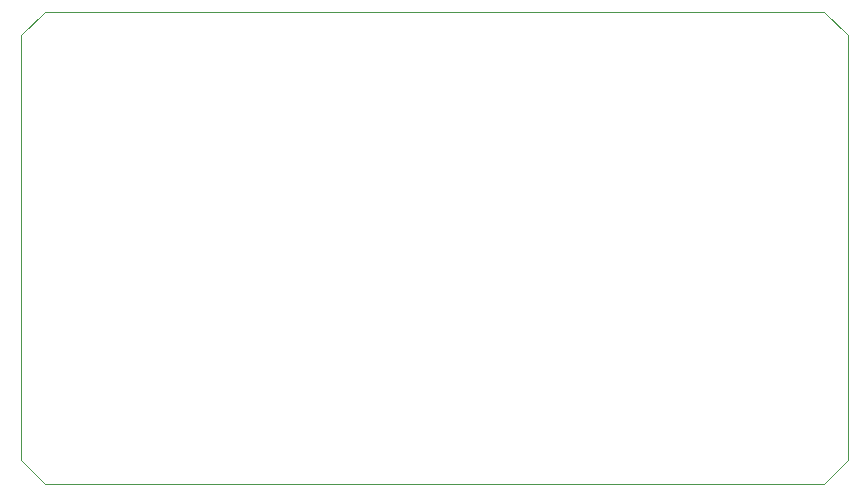
<source format=gm1>
%TF.GenerationSoftware,KiCad,Pcbnew,(6.0.0)*%
%TF.CreationDate,2022-05-28T20:15:04-06:00*%
%TF.ProjectId,PantryLights,50616e74-7279-44c6-9967-6874732e6b69,rev?*%
%TF.SameCoordinates,Original*%
%TF.FileFunction,Profile,NP*%
%FSLAX46Y46*%
G04 Gerber Fmt 4.6, Leading zero omitted, Abs format (unit mm)*
G04 Created by KiCad (PCBNEW (6.0.0)) date 2022-05-28 20:15:04*
%MOMM*%
%LPD*%
G01*
G04 APERTURE LIST*
%TA.AperFunction,Profile*%
%ADD10C,0.038100*%
%TD*%
G04 APERTURE END LIST*
D10*
X112766000Y-118344000D02*
X110766000Y-116344000D01*
X110766000Y-116344000D02*
X110766000Y-80344000D01*
X112766000Y-78344000D02*
X178766000Y-78344000D01*
X112766000Y-78344000D02*
X110766000Y-80344000D01*
X180766000Y-80344000D02*
X178766000Y-78344000D01*
X180766000Y-80344000D02*
X180766000Y-116344000D01*
X180766000Y-116344000D02*
X178766000Y-118344000D01*
X178766000Y-118344000D02*
X112766000Y-118344000D01*
M02*

</source>
